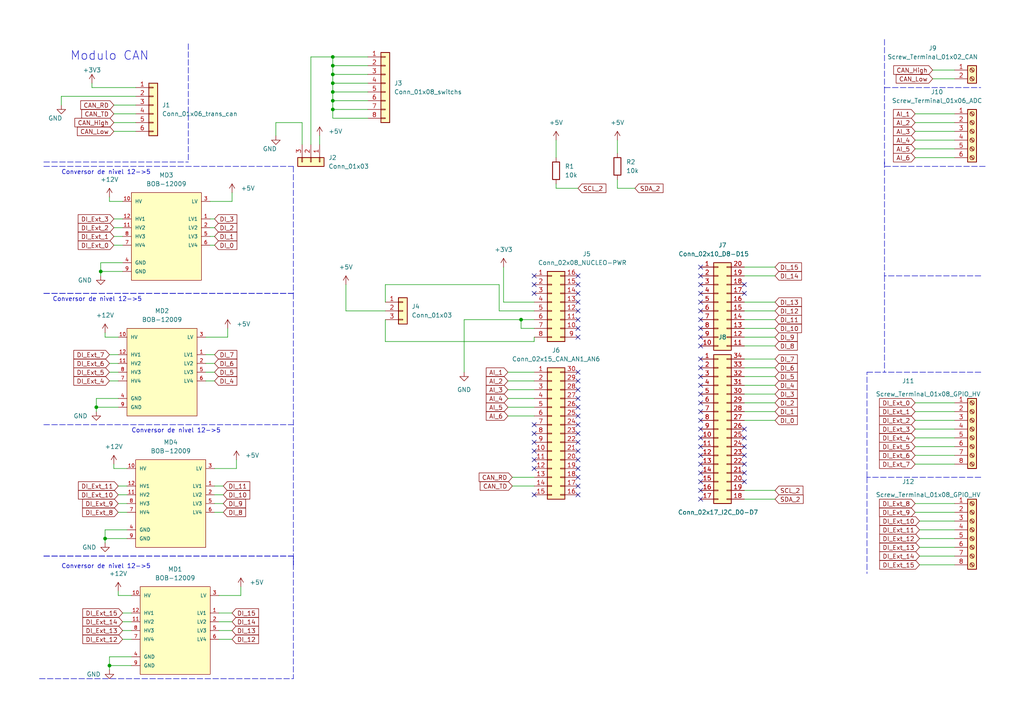
<source format=kicad_sch>
(kicad_sch (version 20211123) (generator eeschema)
  (paper "A4")
  (junction (at 27.94 118.11))
  (junction (at 96.52 24.13))
  (junction (at 151.13 92.71))
  (junction (at 96.52 29.21))
  (junction (at 96.52 26.67))
  (junction (at 30.48 156.21))
  (junction (at 96.52 16.51))
  (junction (at 96.52 21.59))
  (junction (at 96.52 31.75))
  (junction (at 31.75 193.04))
  (junction (at 96.52 19.05))
  (junction (at 29.21 78.74))
  (no_connect (at 154.94 80.01))
  (no_connect (at 154.94 82.55))
  (no_connect (at 154.94 85.09))
  (no_connect (at 167.64 80.01))
  (no_connect (at 167.64 82.55))
  (no_connect (at 167.64 85.09))
  (no_connect (at 167.64 87.63))
  (no_connect (at 167.64 90.17))
  (no_connect (at 167.64 92.71))
  (no_connect (at 167.64 95.25))
  (no_connect (at 167.64 97.79))
  (no_connect (at 203.2 77.47))
  (no_connect (at 203.2 80.01))
  (no_connect (at 203.2 82.55))
  (no_connect (at 215.9 82.55))
  (no_connect (at 215.9 85.09))
  (no_connect (at 203.2 87.63))
  (no_connect (at 203.2 90.17))
  (no_connect (at 203.2 92.71))
  (no_connect (at 203.2 95.25))
  (no_connect (at 203.2 85.09))
  (no_connect (at 203.2 97.79))
  (no_connect (at 203.2 100.33))
  (no_connect (at 154.94 123.19))
  (no_connect (at 154.94 125.73))
  (no_connect (at 154.94 135.89))
  (no_connect (at 154.94 143.51))
  (no_connect (at 167.64 143.51))
  (no_connect (at 167.64 115.57))
  (no_connect (at 167.64 113.03))
  (no_connect (at 167.64 110.49))
  (no_connect (at 167.64 107.95))
  (no_connect (at 167.64 140.97))
  (no_connect (at 167.64 138.43))
  (no_connect (at 167.64 135.89))
  (no_connect (at 167.64 133.35))
  (no_connect (at 167.64 130.81))
  (no_connect (at 167.64 128.27))
  (no_connect (at 167.64 125.73))
  (no_connect (at 167.64 123.19))
  (no_connect (at 167.64 120.65))
  (no_connect (at 167.64 118.11))
  (no_connect (at 154.94 128.27))
  (no_connect (at 154.94 130.81))
  (no_connect (at 154.94 133.35))
  (no_connect (at 203.2 127))
  (no_connect (at 203.2 129.54))
  (no_connect (at 203.2 132.08))
  (no_connect (at 203.2 104.14))
  (no_connect (at 203.2 106.68))
  (no_connect (at 203.2 109.22))
  (no_connect (at 203.2 111.76))
  (no_connect (at 203.2 114.3))
  (no_connect (at 203.2 116.84))
  (no_connect (at 203.2 119.38))
  (no_connect (at 203.2 121.92))
  (no_connect (at 203.2 124.46))
  (no_connect (at 203.2 134.62))
  (no_connect (at 203.2 137.16))
  (no_connect (at 203.2 139.7))
  (no_connect (at 203.2 142.24))
  (no_connect (at 203.2 144.78))
  (no_connect (at 215.9 127))
  (no_connect (at 215.9 124.46))
  (no_connect (at 215.9 139.7))
  (no_connect (at 215.9 137.16))
  (no_connect (at 215.9 134.62))
  (no_connect (at 215.9 132.08))
  (no_connect (at 215.9 129.54))
  (wire (pts (xy 96.52 21.59) (xy 96.52 19.05)))
  (polyline (pts (xy 12.7 161.29) (xy 85.09 161.29)))
  (wire (pts (xy 266.7 151.13) (xy 276.86 151.13)))
  (wire (pts (xy 62.23 146.05) (xy 64.77 146.05)))
  (wire (pts (xy 147.32 107.95) (xy 154.94 107.95)))
  (wire (pts (xy 34.29 115.57) (xy 27.94 115.57)))
  (wire (pts (xy 34.29 171.45) (xy 34.29 172.72)))
  (wire (pts (xy 215.9 97.79) (xy 224.79 97.79)))
  (wire (pts (xy 17.78 27.94) (xy 17.78 30.48)))
  (wire (pts (xy 29.21 78.74) (xy 29.21 80.01)))
  (wire (pts (xy 215.9 142.24) (xy 224.79 142.24)))
  (wire (pts (xy 67.31 185.42) (xy 63.5 185.42)))
  (wire (pts (xy 35.56 180.34) (xy 38.1 180.34)))
  (wire (pts (xy 106.68 31.75) (xy 96.52 31.75)))
  (wire (pts (xy 265.43 119.38) (xy 276.86 119.38)))
  (wire (pts (xy 106.68 26.67) (xy 96.52 26.67)))
  (wire (pts (xy 144.78 90.17) (xy 144.78 82.55)))
  (wire (pts (xy 148.59 138.43) (xy 154.94 138.43)))
  (wire (pts (xy 33.02 63.5) (xy 35.56 63.5)))
  (wire (pts (xy 31.75 193.04) (xy 38.1 193.04)))
  (wire (pts (xy 215.9 92.71) (xy 224.79 92.71)))
  (wire (pts (xy 30.48 156.21) (xy 30.48 157.48)))
  (wire (pts (xy 146.05 87.63) (xy 154.94 87.63)))
  (polyline (pts (xy 85.09 85.09) (xy 85.09 163.83)))
  (wire (pts (xy 151.13 92.71) (xy 154.94 92.71)))
  (wire (pts (xy 154.94 90.17) (xy 144.78 90.17)))
  (wire (pts (xy 161.29 40.64) (xy 161.29 45.72)))
  (wire (pts (xy 35.56 182.88) (xy 38.1 182.88)))
  (wire (pts (xy 80.01 35.56) (xy 87.63 35.56)))
  (polyline (pts (xy 12.7 46.99) (xy 54.61 46.99)))
  (wire (pts (xy 31.75 190.5) (xy 31.75 193.04)))
  (wire (pts (xy 276.86 33.02) (xy 265.43 33.02)))
  (wire (pts (xy 147.32 115.57) (xy 154.94 115.57)))
  (wire (pts (xy 67.31 177.8) (xy 63.5 177.8)))
  (wire (pts (xy 60.96 68.58) (xy 62.23 68.58)))
  (wire (pts (xy 215.9 90.17) (xy 224.79 90.17)))
  (wire (pts (xy 215.9 87.63) (xy 224.79 87.63)))
  (wire (pts (xy 31.75 107.95) (xy 34.29 107.95)))
  (wire (pts (xy 36.83 135.89) (xy 33.02 135.89)))
  (polyline (pts (xy 12.7 85.09) (xy 85.09 85.09)))
  (wire (pts (xy 266.7 153.67) (xy 276.86 153.67)))
  (wire (pts (xy 179.07 40.64) (xy 179.07 44.45)))
  (wire (pts (xy 100.33 90.17) (xy 111.76 90.17)))
  (wire (pts (xy 215.9 116.84) (xy 224.79 116.84)))
  (wire (pts (xy 80.01 39.37) (xy 80.01 35.56)))
  (wire (pts (xy 31.75 105.41) (xy 34.29 105.41)))
  (wire (pts (xy 60.96 66.04) (xy 62.23 66.04)))
  (wire (pts (xy 270.51 20.32) (xy 276.86 20.32)))
  (wire (pts (xy 161.29 53.34) (xy 161.29 54.61)))
  (wire (pts (xy 69.85 170.18) (xy 69.85 172.72)))
  (wire (pts (xy 26.67 25.4) (xy 39.37 25.4)))
  (wire (pts (xy 265.43 146.05) (xy 276.86 146.05)))
  (polyline (pts (xy 85.09 161.29) (xy 85.09 196.85)))
  (polyline (pts (xy 256.54 80.01) (xy 256.54 107.95)))
  (wire (pts (xy 215.9 144.78) (xy 224.79 144.78)))
  (wire (pts (xy 215.9 100.33) (xy 224.79 100.33)))
  (wire (pts (xy 266.7 161.29) (xy 276.86 161.29)))
  (wire (pts (xy 38.1 172.72) (xy 34.29 172.72)))
  (wire (pts (xy 31.75 110.49) (xy 34.29 110.49)))
  (wire (pts (xy 265.43 121.92) (xy 276.86 121.92)))
  (wire (pts (xy 60.96 71.12) (xy 62.23 71.12)))
  (wire (pts (xy 276.86 43.18) (xy 265.43 43.18)))
  (wire (pts (xy 266.7 163.83) (xy 276.86 163.83)))
  (polyline (pts (xy 256.54 46.99) (xy 256.54 80.01)))
  (wire (pts (xy 154.94 95.25) (xy 151.13 95.25)))
  (wire (pts (xy 147.32 118.11) (xy 154.94 118.11)))
  (wire (pts (xy 30.48 156.21) (xy 36.83 156.21)))
  (wire (pts (xy 60.96 63.5) (xy 62.23 63.5)))
  (wire (pts (xy 265.43 129.54) (xy 276.86 129.54)))
  (wire (pts (xy 36.83 153.67) (xy 30.48 153.67)))
  (polyline (pts (xy 12.7 161.29) (xy 85.09 161.29)))
  (wire (pts (xy 59.69 107.95) (xy 62.23 107.95)))
  (wire (pts (xy 68.58 133.35) (xy 68.58 135.89)))
  (polyline (pts (xy 256.54 11.43) (xy 256.54 25.4)))
  (polyline (pts (xy 54.61 12.7) (xy 54.61 46.99)))
  (wire (pts (xy 67.31 182.88) (xy 63.5 182.88)))
  (wire (pts (xy 33.02 66.04) (xy 35.56 66.04)))
  (polyline (pts (xy 251.46 107.95) (xy 256.54 107.95)))
  (wire (pts (xy 265.43 127) (xy 276.86 127)))
  (wire (pts (xy 33.02 33.02) (xy 39.37 33.02)))
  (wire (pts (xy 34.29 148.59) (xy 36.83 148.59)))
  (wire (pts (xy 151.13 95.25) (xy 151.13 92.71)))
  (wire (pts (xy 34.29 97.79) (xy 30.48 97.79)))
  (polyline (pts (xy 85.09 162.56) (xy 85.09 163.83)))
  (wire (pts (xy 59.69 105.41) (xy 62.23 105.41)))
  (wire (pts (xy 215.9 106.68) (xy 224.79 106.68)))
  (wire (pts (xy 29.21 76.2) (xy 29.21 78.74)))
  (wire (pts (xy 27.94 118.11) (xy 34.29 118.11)))
  (wire (pts (xy 276.86 40.64) (xy 265.43 40.64)))
  (wire (pts (xy 35.56 185.42) (xy 38.1 185.42)))
  (wire (pts (xy 96.52 16.51) (xy 106.68 16.51)))
  (wire (pts (xy 67.31 180.34) (xy 63.5 180.34)))
  (wire (pts (xy 215.9 111.76) (xy 224.79 111.76)))
  (wire (pts (xy 27.94 118.11) (xy 27.94 119.38)))
  (polyline (pts (xy 285.75 48.26) (xy 256.54 48.26)))
  (wire (pts (xy 265.43 148.59) (xy 276.86 148.59)))
  (wire (pts (xy 266.7 156.21) (xy 276.86 156.21)))
  (wire (pts (xy 87.63 35.56) (xy 87.63 41.91)))
  (wire (pts (xy 62.23 143.51) (xy 64.77 143.51)))
  (wire (pts (xy 66.04 95.25) (xy 66.04 97.79)))
  (wire (pts (xy 276.86 38.1) (xy 265.43 38.1)))
  (wire (pts (xy 90.17 16.51) (xy 96.52 16.51)))
  (wire (pts (xy 68.58 135.89) (xy 62.23 135.89)))
  (wire (pts (xy 179.07 54.61) (xy 184.15 54.61)))
  (wire (pts (xy 30.48 153.67) (xy 30.48 156.21)))
  (polyline (pts (xy 11.43 196.85) (xy 85.09 196.85)))
  (wire (pts (xy 33.02 30.48) (xy 39.37 30.48)))
  (wire (pts (xy 276.86 45.72) (xy 265.43 45.72)))
  (wire (pts (xy 33.02 71.12) (xy 35.56 71.12)))
  (wire (pts (xy 111.76 92.71) (xy 111.76 99.06)))
  (wire (pts (xy 106.68 24.13) (xy 96.52 24.13)))
  (wire (pts (xy 147.32 120.65) (xy 154.94 120.65)))
  (wire (pts (xy 215.9 114.3) (xy 224.79 114.3)))
  (wire (pts (xy 106.68 29.21) (xy 96.52 29.21)))
  (wire (pts (xy 96.52 24.13) (xy 96.52 21.59)))
  (wire (pts (xy 106.68 21.59) (xy 96.52 21.59)))
  (wire (pts (xy 111.76 87.63) (xy 111.76 82.55)))
  (wire (pts (xy 29.21 78.74) (xy 35.56 78.74)))
  (wire (pts (xy 111.76 99.06) (xy 154.94 99.06)))
  (wire (pts (xy 34.29 140.97) (xy 36.83 140.97)))
  (polyline (pts (xy 12.7 85.09) (xy 85.09 85.09)))
  (wire (pts (xy 31.75 193.04) (xy 31.75 194.31)))
  (wire (pts (xy 96.52 19.05) (xy 96.52 16.51)))
  (polyline (pts (xy 12.7 48.26) (xy 85.09 48.26)))
  (wire (pts (xy 146.05 77.47) (xy 146.05 87.63)))
  (wire (pts (xy 69.85 172.72) (xy 63.5 172.72)))
  (wire (pts (xy 92.71 39.37) (xy 92.71 41.91)))
  (wire (pts (xy 30.48 96.52) (xy 30.48 97.79)))
  (wire (pts (xy 147.32 110.49) (xy 154.94 110.49)))
  (wire (pts (xy 215.9 95.25) (xy 224.79 95.25)))
  (wire (pts (xy 144.78 82.55) (xy 111.76 82.55)))
  (wire (pts (xy 96.52 26.67) (xy 96.52 24.13)))
  (wire (pts (xy 154.94 99.06) (xy 154.94 97.79)))
  (wire (pts (xy 265.43 124.46) (xy 276.86 124.46)))
  (wire (pts (xy 34.29 143.51) (xy 36.83 143.51)))
  (wire (pts (xy 90.17 41.91) (xy 90.17 16.51)))
  (wire (pts (xy 39.37 38.1) (xy 33.02 38.1)))
  (wire (pts (xy 38.1 190.5) (xy 31.75 190.5)))
  (wire (pts (xy 148.59 140.97) (xy 154.94 140.97)))
  (wire (pts (xy 34.29 146.05) (xy 36.83 146.05)))
  (polyline (pts (xy 12.7 123.19) (xy 85.09 123.19)))
  (wire (pts (xy 134.62 92.71) (xy 151.13 92.71)))
  (wire (pts (xy 62.23 140.97) (xy 64.77 140.97)))
  (wire (pts (xy 276.86 35.56) (xy 265.43 35.56)))
  (wire (pts (xy 96.52 31.75) (xy 96.52 29.21)))
  (wire (pts (xy 215.9 121.92) (xy 224.79 121.92)))
  (wire (pts (xy 26.67 24.13) (xy 26.67 25.4)))
  (wire (pts (xy 215.9 109.22) (xy 224.79 109.22)))
  (wire (pts (xy 39.37 27.94) (xy 17.78 27.94)))
  (wire (pts (xy 67.31 58.42) (xy 60.96 58.42)))
  (wire (pts (xy 35.56 58.42) (xy 31.75 58.42)))
  (wire (pts (xy 33.02 68.58) (xy 35.56 68.58)))
  (polyline (pts (xy 256.54 25.4) (xy 284.48 25.4)))
  (polyline (pts (xy 284.48 80.01) (xy 256.54 80.01)))
  (polyline (pts (xy 251.46 138.43) (xy 251.46 166.37)))
  (wire (pts (xy 62.23 148.59) (xy 64.77 148.59)))
  (wire (pts (xy 100.33 82.55) (xy 100.33 90.17)))
  (wire (pts (xy 39.37 35.56) (xy 33.02 35.56)))
  (wire (pts (xy 265.43 116.84) (xy 276.86 116.84)))
  (wire (pts (xy 67.31 55.88) (xy 67.31 58.42)))
  (wire (pts (xy 33.02 134.62) (xy 33.02 135.89)))
  (wire (pts (xy 161.29 54.61) (xy 167.64 54.61)))
  (wire (pts (xy 215.9 77.47) (xy 224.79 77.47)))
  (polyline (pts (xy 256.54 25.4) (xy 256.54 48.26)))
  (wire (pts (xy 35.56 177.8) (xy 38.1 177.8)))
  (wire (pts (xy 134.62 107.95) (xy 134.62 92.71)))
  (wire (pts (xy 270.51 22.86) (xy 276.86 22.86)))
  (wire (pts (xy 35.56 76.2) (xy 29.21 76.2)))
  (wire (pts (xy 27.94 115.57) (xy 27.94 118.11)))
  (wire (pts (xy 179.07 52.07) (xy 179.07 54.61)))
  (polyline (pts (xy 284.48 107.95) (xy 256.54 107.95)))
  (polyline (pts (xy 251.46 138.43) (xy 251.46 107.95)))
  (wire (pts (xy 106.68 19.05) (xy 96.52 19.05)))
  (wire (pts (xy 265.43 134.62) (xy 276.86 134.62)))
  (wire (pts (xy 31.75 102.87) (xy 34.29 102.87)))
  (wire (pts (xy 265.43 132.08) (xy 276.86 132.08)))
  (wire (pts (xy 266.7 158.75) (xy 276.86 158.75)))
  (wire (pts (xy 59.69 110.49) (xy 62.23 110.49)))
  (polyline (pts (xy 85.09 48.26) (xy 85.09 85.09)))
  (wire (pts (xy 215.9 80.01) (xy 224.79 80.01)))
  (wire (pts (xy 96.52 34.29) (xy 96.52 31.75)))
  (wire (pts (xy 66.04 97.79) (xy 59.69 97.79)))
  (wire (pts (xy 59.69 102.87) (xy 62.23 102.87)))
  (wire (pts (xy 215.9 104.14) (xy 224.79 104.14)))
  (wire (pts (xy 106.68 34.29) (xy 96.52 34.29)))
  (wire (pts (xy 215.9 119.38) (xy 224.79 119.38)))
  (wire (pts (xy 147.32 113.03) (xy 154.94 113.03)))
  (wire (pts (xy 31.75 57.15) (xy 31.75 58.42)))
  (wire (pts (xy 96.52 29.21) (xy 96.52 26.67)))
  (polyline (pts (xy 284.48 138.43) (xy 251.46 138.43)))
  (text "Conversor de nivel 12->5" (at 17.78 50.8 0) (effects (font (size 1.27 1.27)) (justify left bottom)))
  (text "Conversor de nivel 12->5" (at 17.78 165.1 0) (effects (font (size 1.27 1.27)) (justify left bottom)))
  (text "Conversor de nivel 12->5" (at 15.24 87.63 0) (effects (font (size 1.27 1.27)) (justify left bottom)))
  (text "Modulo CAN" (at 20.32 17.78 0) (effects (font (size 2.54 2.54)) (justify left bottom)))
  (text "Conversor de nivel 12->5" (at 38.1 125.73 0) (effects (font (size 1.27 1.27)) (justify left bottom)))
  (global_label "DI_10" (shape input) (at 64.77 143.51 0) (property "Intersheet References" "${INTERSHEET_REFS}" (effects hide)))
  (global_label "AI_1" (shape input) (at 265.43 33.02 180) (property "Intersheet References" "${INTERSHEET_REFS}" (effects hide)))
  (global_label "DI_6" (shape input) (at 224.79 106.68 0) (property "Intersheet References" "${INTERSHEET_REFS}" (effects hide)))
  (global_label "DI_Ext_11" (shape input) (at 266.7 153.67 180) (property "Intersheet References" "${INTERSHEET_REFS}" (effects hide)))
  (global_label "DI_4" (shape input) (at 224.79 111.76 0) (property "Intersheet References" "${INTERSHEET_REFS}" (effects hide)))
  (global_label "AI_4" (shape input) (at 265.43 40.64 180) (property "Intersheet References" "${INTERSHEET_REFS}" (effects hide)))
  (global_label "AI_2" (shape input) (at 147.32 110.49 180) (property "Intersheet References" "${INTERSHEET_REFS}" (effects hide)))
  (global_label "AI_5" (shape input) (at 147.32 118.11 180) (property "Intersheet References" "${INTERSHEET_REFS}" (effects hide)))
  (global_label "DI_10" (shape input) (at 224.79 95.25 0) (property "Intersheet References" "${INTERSHEET_REFS}" (effects hide)))
  (global_label "CAN_High" (shape input) (at 270.51 20.32 180) (property "Intersheet References" "${INTERSHEET_REFS}" (effects hide)))
  (global_label "DI_Ext_0" (shape input) (at 265.43 116.84 180) (property "Intersheet References" "${INTERSHEET_REFS}" (effects hide)))
  (global_label "DI_Ext_6" (shape input) (at 265.43 132.08 180) (property "Intersheet References" "${INTERSHEET_REFS}" (effects hide)))
  (global_label "DI_Ext_13" (shape input) (at 266.7 158.75 180) (property "Intersheet References" "${INTERSHEET_REFS}" (effects hide)))
  (global_label "DI_Ext_15" (shape input) (at 266.7 163.83 180) (property "Intersheet References" "${INTERSHEET_REFS}" (effects hide)))
  (global_label "DI_13" (shape input) (at 224.79 87.63 0) (property "Intersheet References" "${INTERSHEET_REFS}" (effects hide)))
  (global_label "DI_15" (shape input) (at 67.31 177.8 0) (property "Intersheet References" "${INTERSHEET_REFS}" (effects hide)))
  (global_label "AI_5" (shape input) (at 265.43 43.18 180) (property "Intersheet References" "${INTERSHEET_REFS}" (effects hide)))
  (global_label "DI_7" (shape input) (at 224.79 104.14 0) (property "Intersheet References" "${INTERSHEET_REFS}" (effects hide)))
  (global_label "DI_Ext_12" (shape input) (at 266.7 156.21 180) (property "Intersheet References" "${INTERSHEET_REFS}" (effects hide)))
  (global_label "CAN_TD" (shape input) (at 33.02 33.02 180) (property "Intersheet References" "${INTERSHEET_REFS}" (effects hide)))
  (global_label "DI_9" (shape input) (at 64.77 146.05 0) (property "Intersheet References" "${INTERSHEET_REFS}" (effects hide)))
  (global_label "DI_Ext_1" (shape input) (at 33.02 68.58 180) (property "Intersheet References" "${INTERSHEET_REFS}" (effects hide)))
  (global_label "DI_Ext_0" (shape input) (at 33.02 71.12 180) (property "Intersheet References" "${INTERSHEET_REFS}" (effects hide)))
  (global_label "DI_Ext_9" (shape input) (at 265.43 148.59 180) (property "Intersheet References" "${INTERSHEET_REFS}" (effects hide)))
  (global_label "DI_Ext_2" (shape input) (at 265.43 121.92 180) (property "Intersheet References" "${INTERSHEET_REFS}" (effects hide)))
  (global_label "AI_3" (shape input) (at 147.32 113.03 180) (property "Intersheet References" "${INTERSHEET_REFS}" (effects hide)))
  (global_label "DI_Ext_2" (shape input) (at 33.02 66.04 180) (property "Intersheet References" "${INTERSHEET_REFS}" (effects hide)))
  (global_label "DI_Ext_7" (shape input) (at 265.43 134.62 180) (property "Intersheet References" "${INTERSHEET_REFS}" (effects hide)))
  (global_label "AI_6" (shape input) (at 265.43 45.72 180) (property "Intersheet References" "${INTERSHEET_REFS}" (effects hide)))
  (global_label "DI_11" (shape input) (at 64.77 140.97 0) (property "Intersheet References" "${INTERSHEET_REFS}" (effects hide)))
  (global_label "DI_14" (shape input) (at 67.31 180.34 0) (property "Intersheet References" "${INTERSHEET_REFS}" (effects hide)))
  (global_label "DI_1" (shape input) (at 62.23 68.58 0) (property "Intersheet References" "${INTERSHEET_REFS}" (effects hide)))
  (global_label "DI_15" (shape input) (at 224.79 77.47 0) (property "Intersheet References" "${INTERSHEET_REFS}" (effects hide)))
  (global_label "AI_3" (shape input) (at 265.43 38.1 180) (property "Intersheet References" "${INTERSHEET_REFS}" (effects hide)))
  (global_label "DI_Ext_6" (shape input) (at 31.75 105.41 180) (property "Intersheet References" "${INTERSHEET_REFS}" (effects hide)))
  (global_label "CAN_Low" (shape input) (at 270.51 22.86 180) (property "Intersheet References" "${INTERSHEET_REFS}" (effects hide)))
  (global_label "DI_Ext_13" (shape input) (at 35.56 182.88 180) (property "Intersheet References" "${INTERSHEET_REFS}" (effects hide)))
  (global_label "DI_Ext_10" (shape input) (at 266.7 151.13 180) (property "Intersheet References" "${INTERSHEET_REFS}" (effects hide)))
  (global_label "DI_Ext_4" (shape input) (at 265.43 127 180) (property "Intersheet References" "${INTERSHEET_REFS}" (effects hide)))
  (global_label "DI_9" (shape input) (at 224.79 97.79 0) (property "Intersheet References" "${INTERSHEET_REFS}" (effects hide)))
  (global_label "DI_Ext_3" (shape input) (at 265.43 124.46 180) (property "Intersheet References" "${INTERSHEET_REFS}" (effects hide)))
  (global_label "DI_2" (shape input) (at 224.79 116.84 0) (property "Intersheet References" "${INTERSHEET_REFS}" (effects hide)))
  (global_label "DI_Ext_3" (shape input) (at 33.02 63.5 180) (property "Intersheet References" "${INTERSHEET_REFS}" (effects hide)))
  (global_label "DI_Ext_5" (shape input) (at 31.75 107.95 180) (property "Intersheet References" "${INTERSHEET_REFS}" (effects hide)))
  (global_label "DI_3" (shape input) (at 62.23 63.5 0) (property "Intersheet References" "${INTERSHEET_REFS}" (effects hide)))
  (global_label "AI_2" (shape input) (at 265.43 35.56 180) (property "Intersheet References" "${INTERSHEET_REFS}" (effects hide)))
  (global_label "AI_4" (shape input) (at 147.32 115.57 180) (property "Intersheet References" "${INTERSHEET_REFS}" (effects hide)))
  (global_label "DI_Ext_7" (shape input) (at 31.75 102.87 180) (property "Intersheet References" "${INTERSHEET_REFS}" (effects hide)))
  (global_label "SDA_2" (shape input) (at 224.79 144.78 0) (property "Intersheet References" "${INTERSHEET_REFS}" (effects hide)))
  (global_label "AI_1" (shape input) (at 147.32 107.95 180) (property "Intersheet References" "${INTERSHEET_REFS}" (effects hide)))
  (global_label "DI_Ext_1" (shape input) (at 265.43 119.38 180) (property "Intersheet References" "${INTERSHEET_REFS}" (effects hide)))
  (global_label "DI_14" (shape input) (at 224.79 80.01 0) (property "Intersheet References" "${INTERSHEET_REFS}" (effects hide)))
  (global_label "DI_8" (shape input) (at 224.79 100.33 0) (property "Intersheet References" "${INTERSHEET_REFS}" (effects hide)))
  (global_label "DI_Ext_15" (shape input) (at 35.56 177.8 180) (property "Intersheet References" "${INTERSHEET_REFS}" (effects hide)))
  (global_label "CAN_High" (shape input) (at 33.02 35.56 180) (property "Intersheet References" "${INTERSHEET_REFS}" (effects hide)))
  (global_label "DI_5" (shape input) (at 224.79 109.22 0) (property "Intersheet References" "${INTERSHEET_REFS}" (effects hide)))
  (global_label "DI_1" (shape input) (at 224.79 119.38 0) (property "Intersheet References" "${INTERSHEET_REFS}" (effects hide)))
  (global_label "DI_12" (shape input) (at 224.79 90.17 0) (property "Intersheet References" "${INTERSHEET_REFS}" (effects hide)))
  (global_label "DI_4" (shape input) (at 62.23 110.49 0) (property "Intersheet References" "${INTERSHEET_REFS}" (effects hide)))
  (global_label "DI_3" (shape input) (at 224.79 114.3 0) (property "Intersheet References" "${INTERSHEET_REFS}" (effects hide)))
  (global_label "AI_6" (shape input) (at 147.32 120.65 180) (property "Intersheet References" "${INTERSHEET_REFS}" (effects hide)))
  (global_label "DI_2" (shape input) (at 62.23 66.04 0) (property "Intersheet References" "${INTERSHEET_REFS}" (effects hide)))
  (global_label "CAN_TD" (shape input) (at 148.59 140.97 180) (property "Intersheet References" "${INTERSHEET_REFS}" (effects hide)))
  (global_label "DI_Ext_12" (shape input) (at 35.56 185.42 180) (property "Intersheet References" "${INTERSHEET_REFS}" (effects hide)))
  (global_label "CAN_RD" (shape input) (at 148.59 138.43 180) (property "Intersheet References" "${INTERSHEET_REFS}" (effects hide)))
  (global_label "DI_7" (shape input) (at 62.23 102.87 0) (property "Intersheet References" "${INTERSHEET_REFS}" (effects hide)))
  (global_label "CAN_RD" (shape input) (at 33.02 30.48 180) (property "Intersheet References" "${INTERSHEET_REFS}" (effects hide)))
  (global_label "DI_11" (shape input) (at 224.79 92.71 0) (property "Intersheet References" "${INTERSHEET_REFS}" (effects hide)))
  (global_label "DI_0" (shape input) (at 62.23 71.12 0) (property "Intersheet References" "${INTERSHEET_REFS}" (effects hide)))
  (global_label "DI_Ext_4" (shape input) (at 31.75 110.49 180) (property "Intersheet References" "${INTERSHEET_REFS}" (effects hide)))
  (global_label "DI_Ext_14" (shape input) (at 266.7 161.29 180) (property "Intersheet References" "${INTERSHEET_REFS}" (effects hide)))
  (global_label "DI_12" (shape input) (at 67.31 185.42 0) (property "Intersheet References" "${INTERSHEET_REFS}" (effects hide)))
  (global_label "DI_0" (shape input) (at 224.79 121.92 0) (property "Intersheet References" "${INTERSHEET_REFS}" (effects hide)))
  (global_label "DI_Ext_14" (shape input) (at 35.56 180.34 180) (property "Intersheet References" "${INTERSHEET_REFS}" (effects hide)))
  (global_label "DI_6" (shape input) (at 62.23 105.41 0) (property "Intersheet References" "${INTERSHEET_REFS}" (effects hide)))
  (global_label "DI_5" (shape input) (at 62.23 107.95 0) (property "Intersheet References" "${INTERSHEET_REFS}" (effects hide)))
  (global_label "SDA_2" (shape input) (at 184.15 54.61 0) (property "Intersheet References" "${INTERSHEET_REFS}" (effects hide)))
  (global_label "DI_Ext_10" (shape input) (at 34.29 143.51 180) (property "Intersheet References" "${INTERSHEET_REFS}" (effects hide)))
  (global_label "SCL_2" (shape input) (at 167.64 54.61 0) (property "Intersheet References" "${INTERSHEET_REFS}" (effects hide)))
  (global_label "DI_Ext_9" (shape input) (at 34.29 146.05 180) (property "Intersheet References" "${INTERSHEET_REFS}" (effects hide)))
  (global_label "DI_Ext_8" (shape input) (at 265.43 146.05 180) (property "Intersheet References" "${INTERSHEET_REFS}" (effects hide)))
  (global_label "SCL_2" (shape input) (at 224.79 142.24 0) (property "Intersheet References" "${INTERSHEET_REFS}" (effects hide)))
  (global_label "DI_Ext_8" (shape input) (at 34.29 148.59 180) (property "Intersheet References" "${INTERSHEET_REFS}" (effects hide)))
  (global_label "DI_13" (shape input) (at 67.31 182.88 0) (property "Intersheet References" "${INTERSHEET_REFS}" (effects hide)))
  (global_label "DI_8" (shape input) (at 64.77 148.59 0) (property "Intersheet References" "${INTERSHEET_REFS}" (effects hide)))
  (global_label "DI_Ext_11" (shape input) (at 34.29 140.97 180) (property "Intersheet References" "${INTERSHEET_REFS}" (effects hide)))
  (global_label "CAN_Low" (shape input) (at 33.02 38.1 180) (property "Intersheet References" "${INTERSHEET_REFS}" (effects hide)))
  (global_label "DI_Ext_5" (shape input) (at 265.43 129.54 180) (property "Intersheet References" "${INTERSHEET_REFS}" (effects hide)))
  (symbol (lib_id "power:+12V") (at 31.75 57.15 0) (unit 1)
    (property "Reference" "#PWR0104" (effects hide))
    (property "Value" "+12V" (at 31.75 52.07 0))
  )
  (symbol (lib_id "power:+5V") (at 161.29 40.64 0) (unit 1)
    (property "Reference" "#PWR023" (effects hide))
    (property "Value" "+5V" (at 161.29 35.56 0))
  )
  (symbol (lib_id "Connector_Generic:Conn_02x15_Counter_Clockwise") (at 160.02 125.73 0) (unit 1)
    (property "Reference" "J6" (at 161.29 101.6 0))
    (property "Value" "Conn_02x15_CAN_AN1_AN6" (at 161.29 104.14 0))
    (property "Footprint" "Connector_PinSocket_2.54mm:PinSocket_2x15_P2.54mm_Vertical" (effects hide))
  )
  (symbol (lib_id "Connector:Screw_Terminal_01x06") (at 281.94 38.1 0) (unit 1)
    (property "Reference" "J10" (at 271.78 26.67 0))
    (property "Value" "Screw_Terminal_01x06_ADC" (at 271.78 29.21 0))
    (property "Footprint" "TerminalBlock_Phoenix:TerminalBlock_Phoenix_MKDS-1,5-6-5.08_1x06_P5.08mm_Horizontal" (effects hide))
  )
  (symbol (lib_id "power:GND") (at 29.21 80.01 0) (mirror y) (unit 1)
    (property "Reference" "#PWR0106" (effects hide))
    (property "Value" "GND" (at 26.67 81.2799 0) (effects (justify left)))
  )
  (symbol (lib_id "eec:BOB-12009") (at 66.04 172.72 0) (mirror y) (unit 1)
    (property "Reference" "MD1" (at 50.8 165.1 0))
    (property "Value" "BOB-12009" (at 50.8 167.64 0))
    (property "Footprint" "eec:SparkFun-BOB-12009-MFG" (effects hide))
    (property "Datasheet" "https://media.digikey.com/pdf/Data%20Sheets/Sparkfun%20PDFs/Bi-Directional-Logic-Level_HookupGuide.pdf" (effects hide))
    (property "automotive" "No" (effects hide))
    (property "category" "UNK" (effects hide))
    (property "device class L1" "Integrated Circuits (ICs)" (effects hide))
    (property "device class L2" "Logic ICs" (effects hide))
    (property "device class L3" "Voltage Level Shifters" (effects hide))
    (property "digikey description" "LOGIC LEVEL CONVERTER - BI-DIREC" (effects hide))
    (property "digikey part number" "1568-1209-ND" (effects hide))
    (property "library id" "ecf832c5c1a016fc" (effects hide))
    (property "manufacturer" "SparkFun" (effects hide))
    (property "mouser part number" "474-BOB-12009" (effects hide))
    (property "package" "EVAL_BOARD_16MM05_13MM33" (effects hide))
  )
  (symbol (lib_id "power:+5V") (at 67.31 55.88 0) (unit 1)
    (property "Reference" "#PWR0105" (effects hide))
    (property "Value" "+5V" (at 69.85 54.6099 0) (effects (justify left)))
  )
  (symbol (lib_id "eec:BOB-12009") (at 64.77 135.89 0) (mirror y) (unit 1)
    (property "Reference" "MD4" (at 49.53 128.27 0))
    (property "Value" "BOB-12009" (at 49.53 130.81 0))
    (property "Footprint" "eec:SparkFun-BOB-12009-MFG" (effects hide))
    (property "Datasheet" "https://media.digikey.com/pdf/Data%20Sheets/Sparkfun%20PDFs/Bi-Directional-Logic-Level_HookupGuide.pdf" (effects hide))
    (property "automotive" "No" (effects hide))
    (property "category" "UNK" (effects hide))
    (property "device class L1" "Integrated Circuits (ICs)" (effects hide))
    (property "device class L2" "Logic ICs" (effects hide))
    (property "device class L3" "Voltage Level Shifters" (effects hide))
    (property "digikey description" "LOGIC LEVEL CONVERTER - BI-DIREC" (effects hide))
    (property "digikey part number" "1568-1209-ND" (effects hide))
    (property "library id" "ecf832c5c1a016fc" (effects hide))
    (property "manufacturer" "SparkFun" (effects hide))
    (property "mouser part number" "474-BOB-12009" (effects hide))
    (property "package" "EVAL_BOARD_16MM05_13MM33" (effects hide))
  )
  (symbol (lib_id "power:+3.3V") (at 26.67 24.13 0) (unit 1)
    (property "Reference" "#PWR08" (effects hide))
    (property "Value" "+3.3V" (at 26.67 20.32 0))
  )
  (symbol (lib_id "power:+3.3V") (at 146.05 77.47 0) (unit 1)
    (property "Reference" "#PWR022" (effects hide))
    (property "Value" "+3.3V" (at 146.05 72.39 0))
  )
  (symbol (lib_id "power:+5V") (at 100.33 82.55 0) (unit 1)
    (property "Reference" "#PWR019" (effects hide))
    (property "Value" "+5V" (at 100.33 77.47 0))
  )
  (symbol (lib_id "Connector:Screw_Terminal_01x08") (at 281.94 124.46 0) (unit 1)
    (property "Reference" "J11" (at 261.62 110.49 0) (effects (justify left)))
    (property "Value" "Screw_Terminal_01x08_GPIO_HV" (at 254 114.3 0) (effects (justify left)))
    (property "Footprint" "TerminalBlock_Phoenix:TerminalBlock_Phoenix_MKDS-1,5-8-5.08_1x08_P5.08mm_Horizontal" (effects hide))
  )
  (symbol (lib_id "Connector_Generic:Conn_01x08") (at 111.76 24.13 0) (unit 1)
    (property "Reference" "J3" (at 114.3 24.1299 0) (effects (justify left)))
    (property "Value" "Conn_01x08_switchs" (at 114.3 26.6699 0) (effects (justify left)))
    (property "Footprint" "Connector_PinHeader_2.54mm:PinHeader_1x08_P2.54mm_Vertical" (effects hide))
  )
  (symbol (lib_id "eec:BOB-12009") (at 62.23 97.79 0) (mirror y) (unit 1)
    (property "Reference" "MD2" (at 46.99 90.17 0))
    (property "Value" "BOB-12009" (at 46.99 92.71 0))
    (property "Footprint" "eec:SparkFun-BOB-12009-MFG" (effects hide))
    (property "Datasheet" "https://media.digikey.com/pdf/Data%20Sheets/Sparkfun%20PDFs/Bi-Directional-Logic-Level_HookupGuide.pdf" (effects hide))
    (property "automotive" "No" (effects hide))
    (property "category" "UNK" (effects hide))
    (property "device class L1" "Integrated Circuits (ICs)" (effects hide))
    (property "device class L2" "Logic ICs" (effects hide))
    (property "device class L3" "Voltage Level Shifters" (effects hide))
    (property "digikey description" "LOGIC LEVEL CONVERTER - BI-DIREC" (effects hide))
    (property "digikey part number" "1568-1209-ND" (effects hide))
    (property "library id" "ecf832c5c1a016fc" (effects hide))
    (property "manufacturer" "SparkFun" (effects hide))
    (property "mouser part number" "474-BOB-12009" (effects hide))
    (property "package" "EVAL_BOARD_16MM05_13MM33" (effects hide))
  )
  (symbol (lib_id "Connector:Screw_Terminal_01x02") (at 281.94 20.32 0) (unit 1)
    (property "Reference" "J9" (at 270.51 13.97 0))
    (property "Value" "Screw_Terminal_01x02_CAN" (at 270.51 16.51 0))
    (property "Footprint" "TerminalBlock_Phoenix:TerminalBlock_Phoenix_MKDS-1,5-2-5.08_1x02_P5.08mm_Horizontal" (effects hide))
  )
  (symbol (lib_id "Device:R") (at 179.07 48.26 0) (unit 1)
    (property "Reference" "R2" (at 181.61 46.9899 0) (effects (justify left)))
    (property "Value" "10k" (at 181.61 49.5299 0) (effects (justify left)))
    (property "Footprint" "Resistor_THT:R_Axial_DIN0204_L3.6mm_D1.6mm_P5.08mm_Horizontal" (effects hide))
  )
  (symbol (lib_id "power:GND") (at 31.75 194.31 0) (mirror y) (unit 1)
    (property "Reference" "#PWR017" (effects hide))
    (property "Value" "GND" (at 29.21 195.5799 0) (effects (justify left)))
  )
  (symbol (lib_id "power:+12V") (at 33.02 134.62 0) (unit 1)
    (property "Reference" "#PWR0103" (effects hide))
    (property "Value" "+12V" (at 33.02 129.54 0))
  )
  (symbol (lib_id "power:+5V") (at 69.85 170.18 0) (unit 1)
    (property "Reference" "#PWR020" (effects hide))
    (property "Value" "+5V" (at 72.39 168.9099 0) (effects (justify left)))
  )
  (symbol (lib_id "power:+5V") (at 92.71 39.37 0) (unit 1)
    (property "Reference" "#PWR016" (effects hide))
    (property "Value" "+5V" (at 95.25 38.0999 0) (effects (justify left)))
  )
  (symbol (lib_id "Connector_Generic:Conn_01x03") (at 90.17 46.99 270) (unit 1)
    (property "Reference" "J2" (at 95.25 45.7199 90) (effects (justify left)))
    (property "Value" "Conn_01x03" (at 95.25 48.2599 90) (effects (justify left)))
    (property "Footprint" "Connector_PinHeader_2.54mm:PinHeader_1x03_P2.54mm_Vertical" (effects hide))
  )
  (symbol (lib_id "power:+12V") (at 30.48 96.52 0) (unit 1)
    (property "Reference" "#PWR0101" (effects hide))
    (property "Value" "+12V" (at 30.48 91.44 0))
  )
  (symbol (lib_id "power:GND") (at 80.01 39.37 0) (unit 1)
    (property "Reference" "#PWR015" (effects hide))
    (property "Value" "GND" (at 76.2 43.18 0) (effects (justify left)))
  )
  (symbol (lib_id "power:GND") (at 17.78 30.48 0) (unit 1)
    (property "Reference" "#PWR07" (effects hide))
    (property "Value" "GND" (at 13.97 34.29 0) (effects (justify left)))
  )
  (symbol (lib_id "eec:BOB-12009") (at 63.5 58.42 0) (mirror y) (unit 1)
    (property "Reference" "MD3" (at 48.26 50.8 0))
    (property "Value" "BOB-12009" (at 48.26 53.34 0))
    (property "Footprint" "eec:SparkFun-BOB-12009-MFG" (effects hide))
    (property "Datasheet" "https://media.digikey.com/pdf/Data%20Sheets/Sparkfun%20PDFs/Bi-Directional-Logic-Level_HookupGuide.pdf" (effects hide))
    (property "automotive" "No" (effects hide))
    (property "category" "UNK" (effects hide))
    (property "device class L1" "Integrated Circuits (ICs)" (effects hide))
    (property "device class L2" "Logic ICs" (effects hide))
    (property "device class L3" "Voltage Level Shifters" (effects hide))
    (property "digikey description" "LOGIC LEVEL CONVERTER - BI-DIREC" (effects hide))
    (property "digikey part number" "1568-1209-ND" (effects hide))
    (property "library id" "ecf832c5c1a016fc" (effects hide))
    (property "manufacturer" "SparkFun" (effects hide))
    (property "mouser part number" "474-BOB-12009" (effects hide))
    (property "package" "EVAL_BOARD_16MM05_13MM33" (effects hide))
  )
  (symbol (lib_id "Device:R") (at 161.29 49.53 0) (unit 1)
    (property "Reference" "R1" (at 163.83 48.2599 0) (effects (justify left)))
    (property "Value" "10k" (at 163.83 50.7999 0) (effects (justify left)))
    (property "Footprint" "Resistor_THT:R_Axial_DIN0204_L3.6mm_D1.6mm_P5.08mm_Horizontal" (effects hide))
  )
  (symbol (lib_id "NUCLEO-F746ZG:NUCLEO-F746ZG") (at 331.47 16.51 0) (unit 1)
    (property "Reference" "A1" (at 331.47 -44.45 0))
    (property "Value" "NUCLEO-F746ZG" (at 331.47 -41.91 0))
    (property "Footprint" "NUCLEO-F746ZG_arduino:MODULE_NUCLEO-F746ZG" (effects hide))
    (property "STANDARD" "Manufacturer Recommendation" (effects hide))
    (property "PARTREV" "7" (effects hide))
    (property "MANUFACTURER" "STMicroelectronics" (effects hide))
  )
  (symbol (lib_id "power:+5V") (at 68.58 133.35 0) (unit 1)
    (property "Reference" "#PWR0109" (effects hide))
    (property "Value" "+5V" (at 71.12 132.0799 0) (effects (justify left)))
  )
  (symbol (lib_id "power:+12V") (at 34.29 171.45 0) (unit 1)
    (property "Reference" "#PWR018" (effects hide))
    (property "Value" "+12V" (at 34.29 166.37 0))
  )
  (symbol (lib_id "Connector_Generic:Conn_02x08_Counter_Clockwise") (at 160.02 87.63 0) (unit 1)
    (property "Reference" "J5" (at 170.18 73.66 0))
    (property "Value" "Conn_02x08_NUCLEO-PWR" (at 168.91 76.2 0))
    (property "Footprint" "Connector_PinSocket_2.54mm:PinSocket_2x08_P2.54mm_Vertical" (effects hide))
  )
  (symbol (lib_id "Connector_Generic:Conn_02x17_Counter_Clockwise") (at 208.28 124.46 0) (unit 1)
    (property "Reference" "J8" (at 209.55 97.79 0))
    (property "Value" "Conn_02x17_I2C_D0-D7" (at 208.28 148.59 0))
    (property "Footprint" "Connector_PinSocket_2.54mm:PinSocket_2x17_P2.54mm_Vertical" (effects hide))
  )
  (symbol (lib_id "power:+5V") (at 66.04 95.25 0) (unit 1)
    (property "Reference" "#PWR0108" (effects hide))
    (property "Value" "+5V" (at 68.58 93.9799 0) (effects (justify left)))
  )
  (symbol (lib_id "Connector_Generic:Conn_01x03") (at 116.84 90.17 0) (unit 1)
    (property "Reference" "J4" (at 119.38 88.8999 0) (effects (justify left)))
    (property "Value" "Conn_01x03" (at 119.38 91.4399 0) (effects (justify left)))
    (property "Footprint" "Connector_PinHeader_2.54mm:PinHeader_1x03_P2.54mm_Vertical" (effects hide))
  )
  (symbol (lib_id "Connector_Generic:Conn_02x10_Counter_Clockwise") (at 208.28 87.63 0) (unit 1)
    (property "Reference" "J7" (at 209.55 71.12 0))
    (property "Value" "Conn_02x10_D8-D15" (at 207.01 73.66 0))
    (property "Footprint" "Connector_PinSocket_2.54mm:PinSocket_2x10_P2.54mm_Vertical" (effects hide))
  )
  (symbol (lib_id "Connector_Generic:Conn_01x06") (at 44.45 30.48 0) (unit 1)
    (property "Reference" "J1" (at 46.99 30.4799 0) (effects (justify left)))
    (property "Value" "Conn_01x06_trans_can" (at 46.99 33.0199 0) (effects (justify left)))
    (property "Footprint" "Connector_PinSocket_2.54mm:PinSocket_1x06_P2.54mm_Vertical" (effects hide))
  )
  (symbol (lib_id "power:GND") (at 30.48 157.48 0) (mirror y) (unit 1)
    (property "Reference" "#PWR0107" (effects hide))
    (property "Value" "GND" (at 27.94 158.7499 0) (effects (justify left)))
  )
  (symbol (lib_id "power:GND") (at 134.62 107.95 0) (unit 1)
    (property "Reference" "#PWR021" (effects hide))
    (property "Value" "GND" (at 134.62 113.03 0))
  )
  (symbol (lib_id "Connector:Screw_Terminal_01x08") (at 281.94 153.67 0) (unit 1)
    (property "Reference" "J12" (at 261.62 139.7 0) (effects (justify left)))
    (property "Value" "Screw_Terminal_01x08_GPIO_HV" (at 254 143.51 0) (effects (justify left)))
    (property "Footprint" "TerminalBlock_Phoenix:TerminalBlock_Phoenix_MKDS-1,5-8-5.08_1x08_P5.08mm_Horizontal" (effects hide))
  )
  (symbol (lib_id "power:GND") (at 27.94 119.38 0) (mirror y) (unit 1)
    (property "Reference" "#PWR0102" (effects hide))
    (property "Value" "GND" (at 25.4 120.6499 0) (effects (justify left)))
  )
  (symbol (lib_id "power:+5V") (at 179.07 40.64 0) (unit 1)
    (property "Reference" "#PWR024" (effects hide))
    (property "Value" "+5V" (at 179.07 35.56 0))
  )
)
</source>
